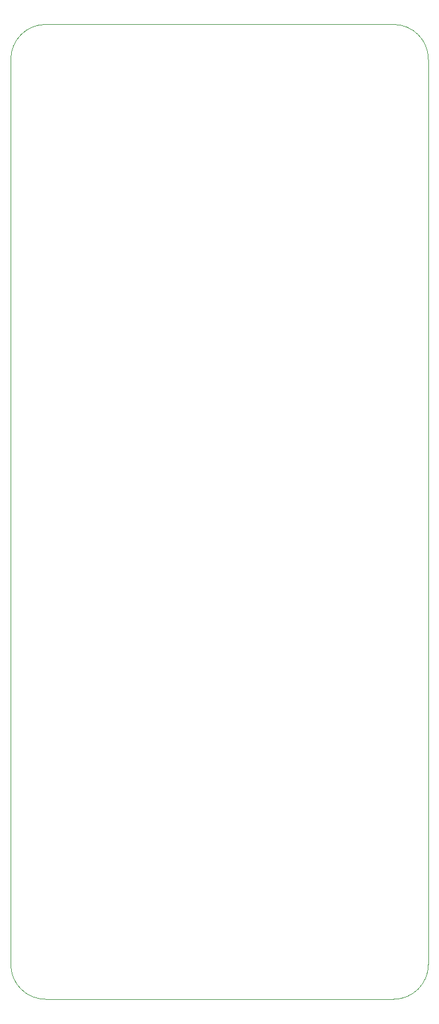
<source format=gm1>
G04 #@! TF.GenerationSoftware,KiCad,Pcbnew,(5.1.10)-1*
G04 #@! TF.CreationDate,2022-01-30T14:23:45-06:00*
G04 #@! TF.ProjectId,22-ELC-1-01-R1,32322d45-4c43-42d3-912d-30312d52312e,rev?*
G04 #@! TF.SameCoordinates,Original*
G04 #@! TF.FileFunction,Profile,NP*
%FSLAX46Y46*%
G04 Gerber Fmt 4.6, Leading zero omitted, Abs format (unit mm)*
G04 Created by KiCad (PCBNEW (5.1.10)-1) date 2022-01-30 14:23:45*
%MOMM*%
%LPD*%
G01*
G04 APERTURE LIST*
G04 #@! TA.AperFunction,Profile*
%ADD10C,0.100000*%
G04 #@! TD*
G04 APERTURE END LIST*
D10*
X85000000Y-165000000D02*
X135000000Y-165000000D01*
X140000000Y-160000000D02*
G75*
G02*
X135000000Y-165000000I-5000000J0D01*
G01*
X140000000Y-30000000D02*
X140000000Y-160000000D01*
X135000000Y-25000000D02*
G75*
G02*
X140000000Y-30000000I0J-5000000D01*
G01*
X85000000Y-25000000D02*
X135000000Y-25000000D01*
X80000000Y-30000000D02*
G75*
G02*
X85000000Y-25000000I5000000J0D01*
G01*
X85000000Y-165000000D02*
G75*
G02*
X80000000Y-160000000I0J5000000D01*
G01*
X80000000Y-30000000D02*
X80000000Y-160000000D01*
M02*

</source>
